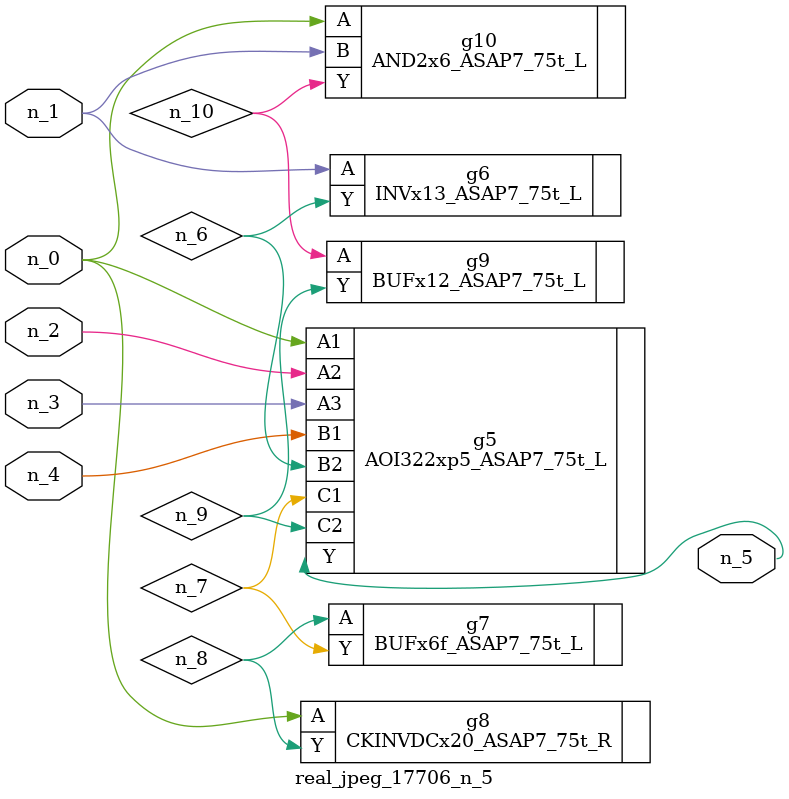
<source format=v>
module real_jpeg_17706_n_5 (n_4, n_0, n_1, n_2, n_3, n_5);

input n_4;
input n_0;
input n_1;
input n_2;
input n_3;

output n_5;

wire n_8;
wire n_6;
wire n_7;
wire n_10;
wire n_9;

AOI322xp5_ASAP7_75t_L g5 ( 
.A1(n_0),
.A2(n_2),
.A3(n_3),
.B1(n_4),
.B2(n_6),
.C1(n_7),
.C2(n_9),
.Y(n_5)
);

CKINVDCx20_ASAP7_75t_R g8 ( 
.A(n_0),
.Y(n_8)
);

AND2x6_ASAP7_75t_L g10 ( 
.A(n_0),
.B(n_1),
.Y(n_10)
);

INVx13_ASAP7_75t_L g6 ( 
.A(n_1),
.Y(n_6)
);

BUFx6f_ASAP7_75t_L g7 ( 
.A(n_8),
.Y(n_7)
);

BUFx12_ASAP7_75t_L g9 ( 
.A(n_10),
.Y(n_9)
);


endmodule
</source>
